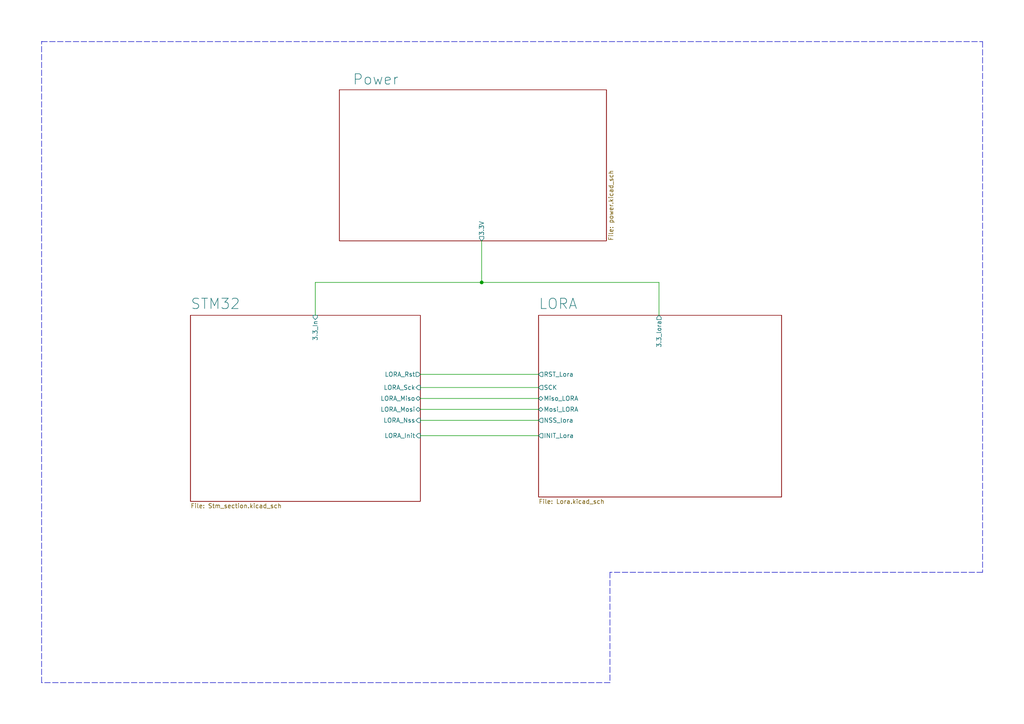
<source format=kicad_sch>
(kicad_sch (version 20211123) (generator eeschema)
  (paper "A4")
  (lib_symbols)
  (junction (at 139.7 81.915))
  (polyline (pts (xy 12.065 12.065) (xy 12.192 12.065)))
  (polyline (pts (xy 12.065 197.993) (xy 12.065 12.065)))
  (wire (pts (xy 121.92 108.585) (xy 156.21 108.585)))
  (wire (pts (xy 121.92 126.365) (xy 156.21 126.365)))
  (wire (pts (xy 91.44 81.915) (xy 139.7 81.915)))
  (polyline (pts (xy 284.988 165.989) (xy 176.911 165.989)))
  (wire (pts (xy 139.7 81.915) (xy 191.135 81.915)))
  (polyline (pts (xy 176.911 197.993) (xy 12.065 197.993)))
  (polyline (pts (xy 176.911 165.989) (xy 176.911 197.993)))
  (wire (pts (xy 139.7 81.915) (xy 139.7 69.85)))
  (wire (pts (xy 121.92 115.57) (xy 156.21 115.57)))
  (wire (pts (xy 121.92 118.745) (xy 156.21 118.745)))
  (wire (pts (xy 91.44 91.44) (xy 91.44 81.915)))
  (wire (pts (xy 121.92 121.92) (xy 156.21 121.92)))
  (polyline (pts (xy 12.065 12.065) (xy 284.988 12.065)))
  (wire (pts (xy 191.135 81.915) (xy 191.135 91.44)))
  (polyline (pts (xy 284.988 12.065) (xy 284.988 165.989)))
  (wire (pts (xy 121.92 112.395) (xy 156.21 112.395)))
  (sheet (at 98.425 26.035) (size 77.47 43.815) (stroke (width 0.1524))
    (property "Sheet name" "Power" (at 102.235 24.765 0) (effects (font (size 3 3)) (justify left bottom)))
    (property "Sheet file" "power.kicad_sch" (at 176.4796 69.85 90) (effects (justify left top)))
    (pin "3.3V" output (at 139.7 69.85 270))
  )
  (sheet (at 55.245 91.44) (size 66.675 53.975) (stroke (width 0.1524))
    (property "Sheet name" "STM32" (at 55.245 89.8634 0) (effects (font (size 3 3)) (justify left bottom)))
    (property "Sheet file" "Stm_section.kicad_sch" (at 55.245 145.9996 0) (effects (justify left top)))
    (pin "LORA_Mosi" bidirectional (at 121.92 118.745 0))
    (pin "LORA_Miso" bidirectional (at 121.92 115.57 0))
    (pin "LORA_Sck" input (at 121.92 112.395 0))
    (pin "LORA_Nss" input (at 121.92 121.92 0))
    (pin "LORA_Init" input (at 121.92 126.365 0))
    (pin "LORA_Rst" output (at 121.92 108.585 0))
    (pin "3.3_In" input (at 91.44 91.44 90))
  )
  (sheet (at 156.21 91.44) (size 70.485 52.705) (stroke (width 0.1524))
    (property "Sheet name" "LORA" (at 156.21 89.8634 0) (effects (font (size 3 3)) (justify left bottom)))
    (property "Sheet file" "Lora.kicad_sch" (at 156.21 144.7296 0) (effects (justify left top)))
    (pin "RST_Lora" output (at 156.21 108.585 180))
    (pin "SCK" output (at 156.21 112.395 180))
    (pin "Miso_LORA" bidirectional (at 156.21 115.57 180))
    (pin "Mosi_LORA" bidirectional (at 156.21 118.745 180))
    (pin "NSS_lora" output (at 156.21 121.92 180))
    (pin "INIT_Lora" output (at 156.21 126.365 180))
    (pin "3.3_lora" output (at 191.135 91.44 90))
  )
)
</source>
